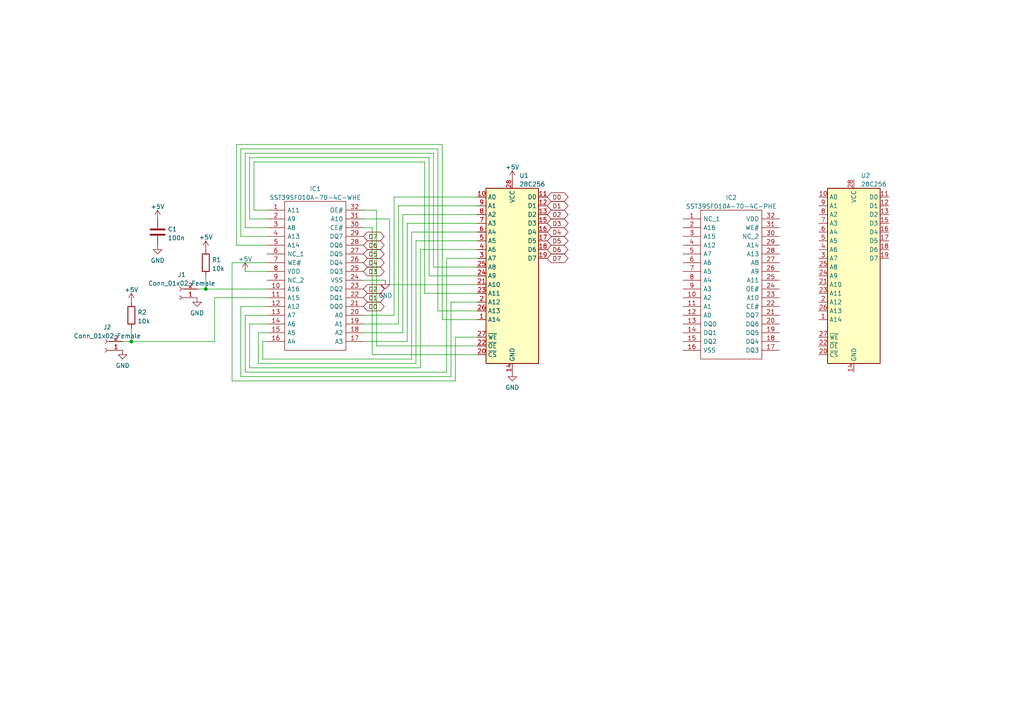
<source format=kicad_sch>
(kicad_sch (version 20211123) (generator eeschema)
  (paper "A4")
  (lib_symbols
    (symbol "Connector:Conn_01x02_Female" (pin_names (offset 1.016) hide)
      (property "Reference" "J" (at 0 2.54 0))
      (property "Value" "Conn_01x02_Female" (at 0 -5.08 0))
      (symbol "Conn_01x02_Female_1_1"
        (arc (start 0 -2.032) (mid -0.508 -2.54) (end 0 -3.048) (stroke (width 0.1524)))
        (polyline (pts (xy -1.27 -2.54) (xy -0.508 -2.54)) (stroke (width 0.1524)))
        (polyline (pts (xy -1.27 0) (xy -0.508 0)) (stroke (width 0.1524)))
        (arc (start 0 0.508) (mid -0.508 0) (end 0 -0.508) (stroke (width 0.1524)))
        (pin passive line (at -5.08 0 0) (length 3.81) (name "Pin_1") (number "1"))
        (pin passive line (at -5.08 -2.54 0) (length 3.81) (name "Pin_2") (number "2"))
      )
    )
    (symbol "Device:C" (pin_numbers hide) (pin_names (offset 0.254))
      (property "Reference" "C" (at 0.635 2.54 0))
      (property "Value" "C" (at 0.635 -2.54 0))
      (symbol "C_0_1"
        (polyline (pts (xy -2.032 -0.762) (xy 2.032 -0.762)) (stroke (width 0.508)))
        (polyline (pts (xy -2.032 0.762) (xy 2.032 0.762)) (stroke (width 0.508)))
      )
      (symbol "C_1_1"
        (pin passive line (at 0 3.81 270) (length 2.794) (name "~") (number "1"))
        (pin passive line (at 0 -3.81 90) (length 2.794) (name "~") (number "2"))
      )
    )
    (symbol "Device:R" (pin_numbers hide) (pin_names (offset 0))
      (property "Reference" "R" (at 2.032 0 90))
      (property "Value" "R" (at 0 0 90))
      (symbol "R_0_1"
        (rectangle (start -1.016 -2.54) (end 1.016 2.54) (stroke (width 0.254)))
      )
      (symbol "R_1_1"
        (pin passive line (at 0 3.81 270) (length 1.27) (name "~") (number "1"))
        (pin passive line (at 0 -3.81 90) (length 1.27) (name "~") (number "2"))
      )
    )
    (symbol "Memory_EEPROM:28C256"
      (property "Reference" "U" (at -7.62 26.67 0))
      (property "Value" "28C256" (at 2.54 -26.67 0))
      (symbol "28C256_1_1"
        (rectangle (start -7.62 25.4) (end 7.62 -25.4) (stroke (width 0.254)) (fill (type background)))
        (pin input line (at -10.16 -12.7 0) (length 2.54) (name "A14") (number "1"))
        (pin input line (at -10.16 22.86 0) (length 2.54) (name "A0") (number "10"))
        (pin tri_state line (at 10.16 22.86 180) (length 2.54) (name "D0") (number "11"))
        (pin tri_state line (at 10.16 20.32 180) (length 2.54) (name "D1") (number "12"))
        (pin tri_state line (at 10.16 17.78 180) (length 2.54) (name "D2") (number "13"))
        (pin power_in line (at 0 -27.94 90) (length 2.54) (name "GND") (number "14"))
        (pin tri_state line (at 10.16 15.24 180) (length 2.54) (name "D3") (number "15"))
        (pin tri_state line (at 10.16 12.7 180) (length 2.54) (name "D4") (number "16"))
        (pin tri_state line (at 10.16 10.16 180) (length 2.54) (name "D5") (number "17"))
        (pin tri_state line (at 10.16 7.62 180) (length 2.54) (name "D6") (number "18"))
        (pin tri_state line (at 10.16 5.08 180) (length 2.54) (name "D7") (number "19"))
        (pin input line (at -10.16 -7.62 0) (length 2.54) (name "A12") (number "2"))
        (pin input line (at -10.16 -22.86 0) (length 2.54) (name "~{CS}") (number "20"))
        (pin input line (at -10.16 -2.54 0) (length 2.54) (name "A10") (number "21"))
        (pin input line (at -10.16 -20.32 0) (length 2.54) (name "~{OE}") (number "22"))
        (pin input line (at -10.16 -5.08 0) (length 2.54) (name "A11") (number "23"))
        (pin input line (at -10.16 0 0) (length 2.54) (name "A9") (number "24"))
        (pin input line (at -10.16 2.54 0) (length 2.54) (name "A8") (number "25"))
        (pin input line (at -10.16 -10.16 0) (length 2.54) (name "A13") (number "26"))
        (pin input line (at -10.16 -17.78 0) (length 2.54) (name "~{WE}") (number "27"))
        (pin power_in line (at 0 27.94 270) (length 2.54) (name "VCC") (number "28"))
        (pin input line (at -10.16 5.08 0) (length 2.54) (name "A7") (number "3"))
        (pin input line (at -10.16 7.62 0) (length 2.54) (name "A6") (number "4"))
        (pin input line (at -10.16 10.16 0) (length 2.54) (name "A5") (number "5"))
        (pin input line (at -10.16 12.7 0) (length 2.54) (name "A4") (number "6"))
        (pin input line (at -10.16 15.24 0) (length 2.54) (name "A3") (number "7"))
        (pin input line (at -10.16 17.78 0) (length 2.54) (name "A2") (number "8"))
        (pin input line (at -10.16 20.32 0) (length 2.54) (name "A1") (number "9"))
      )
    )
    (symbol "SST39SF010A-70-4C-PHE:SST39SF010A-70-4C-PHE" (pin_names (offset 0.762))
      (property "Reference" "IC" (at 24.13 7.62 0))
      (property "Value" "SST39SF010A-70-4C-PHE" (at 24.13 5.08 0))
      (symbol "SST39SF010A-70-4C-PHE_0_0"
        (pin passive line (at 0 0 0) (length 5.08) (name "NC_1") (number "1"))
        (pin passive line (at 0 -22.86 0) (length 5.08) (name "A2") (number "10"))
        (pin passive line (at 0 -25.4 0) (length 5.08) (name "A1") (number "11"))
        (pin passive line (at 0 -27.94 0) (length 5.08) (name "A0") (number "12"))
        (pin passive line (at 0 -30.48 0) (length 5.08) (name "DQ0") (number "13"))
        (pin passive line (at 0 -33.02 0) (length 5.08) (name "DQ1") (number "14"))
        (pin passive line (at 0 -35.56 0) (length 5.08) (name "DQ2") (number "15"))
        (pin passive line (at 0 -38.1 0) (length 5.08) (name "VSS") (number "16"))
        (pin passive line (at 27.94 -38.1 180) (length 5.08) (name "DQ3") (number "17"))
        (pin passive line (at 27.94 -35.56 180) (length 5.08) (name "DQ4") (number "18"))
        (pin passive line (at 27.94 -33.02 180) (length 5.08) (name "DQ5") (number "19"))
        (pin passive line (at 0 -2.54 0) (length 5.08) (name "A16") (number "2"))
        (pin passive line (at 27.94 -30.48 180) (length 5.08) (name "DQ6") (number "20"))
        (pin passive line (at 27.94 -27.94 180) (length 5.08) (name "DQ7") (number "21"))
        (pin passive line (at 27.94 -25.4 180) (length 5.08) (name "CE#") (number "22"))
        (pin passive line (at 27.94 -22.86 180) (length 5.08) (name "A10") (number "23"))
        (pin passive line (at 27.94 -20.32 180) (length 5.08) (name "OE#") (number "24"))
        (pin passive line (at 27.94 -17.78 180) (length 5.08) (name "A11") (number "25"))
        (pin passive line (at 27.94 -15.24 180) (length 5.08) (name "A9") (number "26"))
        (pin passive line (at 27.94 -12.7 180) (length 5.08) (name "A8") (number "27"))
        (pin passive line (at 27.94 -10.16 180) (length 5.08) (name "A13") (number "28"))
        (pin passive line (at 27.94 -7.62 180) (length 5.08) (name "A14") (number "29"))
        (pin passive line (at 0 -5.08 0) (length 5.08) (name "A15") (number "3"))
        (pin passive line (at 27.94 -5.08 180) (length 5.08) (name "NC_2") (number "30"))
        (pin passive line (at 27.94 -2.54 180) (length 5.08) (name "WE#") (number "31"))
        (pin passive line (at 27.94 0 180) (length 5.08) (name "VDD") (number "32"))
        (pin passive line (at 0 -7.62 0) (length 5.08) (name "A12") (number "4"))
        (pin passive line (at 0 -10.16 0) (length 5.08) (name "A7") (number "5"))
        (pin passive line (at 0 -12.7 0) (length 5.08) (name "A6") (number "6"))
        (pin passive line (at 0 -15.24 0) (length 5.08) (name "A5") (number "7"))
        (pin passive line (at 0 -17.78 0) (length 5.08) (name "A4") (number "8"))
        (pin passive line (at 0 -20.32 0) (length 5.08) (name "A3") (number "9"))
      )
      (symbol "SST39SF010A-70-4C-PHE_0_1"
        (polyline (pts (xy 5.08 2.54) (xy 22.86 2.54) (xy 22.86 -40.64) (xy 5.08 -40.64) (xy 5.08 2.54)) (stroke (width 0.1524)))
      )
    )
    (symbol "SST39SF010A-70-4C-WHE:SST39SF010A-70-4C-WHE" (pin_names (offset 0.762))
      (property "Reference" "IC" (at 24.13 7.62 0))
      (property "Value" "SST39SF010A-70-4C-WHE" (at 24.13 5.08 0))
      (symbol "SST39SF010A-70-4C-WHE_0_0"
        (pin passive line (at 0 0 0) (length 5.08) (name "A11") (number "1"))
        (pin passive line (at 0 -22.86 0) (length 5.08) (name "A16") (number "10"))
        (pin passive line (at 0 -25.4 0) (length 5.08) (name "A15") (number "11"))
        (pin passive line (at 0 -27.94 0) (length 5.08) (name "A12") (number "12"))
        (pin passive line (at 0 -30.48 0) (length 5.08) (name "A7") (number "13"))
        (pin passive line (at 0 -33.02 0) (length 5.08) (name "A6") (number "14"))
        (pin passive line (at 0 -35.56 0) (length 5.08) (name "A5") (number "15"))
        (pin passive line (at 0 -38.1 0) (length 5.08) (name "A4") (number "16"))
        (pin passive line (at 27.94 -38.1 180) (length 5.08) (name "A3") (number "17"))
        (pin passive line (at 27.94 -35.56 180) (length 5.08) (name "A2") (number "18"))
        (pin passive line (at 27.94 -33.02 180) (length 5.08) (name "A1") (number "19"))
        (pin passive line (at 0 -2.54 0) (length 5.08) (name "A9") (number "2"))
        (pin passive line (at 27.94 -30.48 180) (length 5.08) (name "A0") (number "20"))
        (pin passive line (at 27.94 -27.94 180) (length 5.08) (name "DQ0") (number "21"))
        (pin passive line (at 27.94 -25.4 180) (length 5.08) (name "DQ1") (number "22"))
        (pin passive line (at 27.94 -22.86 180) (length 5.08) (name "DQ2") (number "23"))
        (pin passive line (at 27.94 -20.32 180) (length 5.08) (name "VSS") (number "24"))
        (pin passive line (at 27.94 -17.78 180) (length 5.08) (name "DQ3") (number "25"))
        (pin passive line (at 27.94 -15.24 180) (length 5.08) (name "DQ4") (number "26"))
        (pin passive line (at 27.94 -12.7 180) (length 5.08) (name "DQ5") (number "27"))
        (pin passive line (at 27.94 -10.16 180) (length 5.08) (name "DQ6") (number "28"))
        (pin passive line (at 27.94 -7.62 180) (length 5.08) (name "DQ7") (number "29"))
        (pin passive line (at 0 -5.08 0) (length 5.08) (name "A8") (number "3"))
        (pin passive line (at 27.94 -5.08 180) (length 5.08) (name "CE#") (number "30"))
        (pin passive line (at 27.94 -2.54 180) (length 5.08) (name "A10") (number "31"))
        (pin passive line (at 27.94 0 180) (length 5.08) (name "OE#") (number "32"))
        (pin passive line (at 0 -7.62 0) (length 5.08) (name "A13") (number "4"))
        (pin passive line (at 0 -10.16 0) (length 5.08) (name "A14") (number "5"))
        (pin passive line (at 0 -12.7 0) (length 5.08) (name "NC_1") (number "6"))
        (pin passive line (at 0 -15.24 0) (length 5.08) (name "WE#") (number "7"))
        (pin passive line (at 0 -17.78 0) (length 5.08) (name "VDD") (number "8"))
        (pin passive line (at 0 -20.32 0) (length 5.08) (name "NC_2") (number "9"))
      )
      (symbol "SST39SF010A-70-4C-WHE_0_1"
        (polyline (pts (xy 5.08 2.54) (xy 22.86 2.54) (xy 22.86 -40.64) (xy 5.08 -40.64) (xy 5.08 2.54)) (stroke (width 0.1524)))
      )
    )
    (symbol "power:+5V" (power) (pin_names (offset 0))
      (property "Value" "+5V" (at 0 3.556 0))
      (symbol "+5V_0_1"
        (polyline (pts (xy -0.762 1.27) (xy 0 2.54)))
        (polyline (pts (xy 0 0) (xy 0 2.54)))
        (polyline (pts (xy 0 2.54) (xy 0.762 1.27)))
      )
      (symbol "+5V_1_1"
        (pin power_in line (at 0 0 90) (length 0) hide (name "+5V") (number "1"))
      )
    )
    (symbol "power:GND" (power) (pin_names (offset 0))
      (property "Value" "GND" (at 0 -3.81 0))
      (symbol "GND_0_1"
        (polyline (pts (xy 0 0) (xy 0 -1.27) (xy 1.27 -1.27) (xy 0 -2.54) (xy -1.27 -1.27) (xy 0 -1.27)))
      )
      (symbol "GND_1_1"
        (pin power_in line (at 0 0 270) (length 0) hide (name "GND") (number "1"))
      )
    )
  )
  (junction (at 59.69 83.82))
  (junction (at 38.1 99.06))
  (wire (pts (xy 119.38 67.31) (xy 119.38 104.14)))
  (wire (pts (xy 128.27 92.71) (xy 138.43 92.71)))
  (wire (pts (xy 67.31 76.2) (xy 77.47 76.2)))
  (wire (pts (xy 71.12 107.95) (xy 71.12 91.44)))
  (wire (pts (xy 116.84 62.23) (xy 138.43 62.23)))
  (wire (pts (xy 107.95 66.04) (xy 105.41 66.04)))
  (wire (pts (xy 119.38 104.14) (xy 76.2 104.14)))
  (wire (pts (xy 105.41 99.06) (xy 118.11 99.06)))
  (wire (pts (xy 130.81 87.63) (xy 130.81 109.22)))
  (wire (pts (xy 138.43 87.63) (xy 130.81 87.63)))
  (wire (pts (xy 105.41 93.98) (xy 115.57 93.98)))
  (wire (pts (xy 69.85 43.18) (xy 127 43.18)))
  (wire (pts (xy 105.41 96.52) (xy 116.84 96.52)))
  (wire (pts (xy 118.11 64.77) (xy 138.43 64.77)))
  (wire (pts (xy 72.39 45.72) (xy 124.46 45.72)))
  (wire (pts (xy 72.39 93.98) (xy 77.47 93.98)))
  (wire (pts (xy 124.46 45.72) (xy 124.46 80.01)))
  (wire (pts (xy 72.39 106.68) (xy 72.39 93.98)))
  (wire (pts (xy 72.39 63.5) (xy 72.39 45.72)))
  (wire (pts (xy 69.85 109.22) (xy 69.85 88.9)))
  (wire (pts (xy 123.19 85.09) (xy 123.19 46.99)))
  (wire (pts (xy 67.31 110.49) (xy 67.31 76.2)))
  (wire (pts (xy 138.43 102.87) (xy 107.95 102.87)))
  (wire (pts (xy 114.3 57.15) (xy 138.43 57.15)))
  (wire (pts (xy 113.03 63.5) (xy 105.41 63.5)))
  (wire (pts (xy 125.73 44.45) (xy 71.12 44.45)))
  (wire (pts (xy 57.15 83.82) (xy 59.69 83.82)))
  (wire (pts (xy 116.84 96.52) (xy 116.84 62.23)))
  (wire (pts (xy 76.2 104.14) (xy 76.2 99.06)))
  (wire (pts (xy 38.1 99.06) (xy 62.23 99.06)))
  (wire (pts (xy 77.47 71.12) (xy 68.58 71.12)))
  (wire (pts (xy 71.12 91.44) (xy 77.47 91.44)))
  (wire (pts (xy 73.66 46.99) (xy 73.66 60.96)))
  (wire (pts (xy 138.43 74.93) (xy 129.54 74.93)))
  (wire (pts (xy 109.22 60.96) (xy 105.41 60.96)))
  (wire (pts (xy 107.95 102.87) (xy 107.95 66.04)))
  (wire (pts (xy 105.41 91.44) (xy 114.3 91.44)))
  (wire (pts (xy 113.03 82.55) (xy 113.03 63.5)))
  (wire (pts (xy 71.12 44.45) (xy 71.12 66.04)))
  (wire (pts (xy 71.12 66.04) (xy 77.47 66.04)))
  (wire (pts (xy 68.58 41.91) (xy 128.27 41.91)))
  (wire (pts (xy 120.65 105.41) (xy 74.93 105.41)))
  (wire (pts (xy 121.92 72.39) (xy 121.92 106.68)))
  (wire (pts (xy 128.27 41.91) (xy 128.27 92.71)))
  (wire (pts (xy 121.92 106.68) (xy 72.39 106.68)))
  (wire (pts (xy 115.57 93.98) (xy 115.57 59.69)))
  (wire (pts (xy 109.22 100.33) (xy 109.22 60.96)))
  (wire (pts (xy 127 43.18) (xy 127 90.17)))
  (wire (pts (xy 138.43 72.39) (xy 121.92 72.39)))
  (wire (pts (xy 69.85 88.9) (xy 77.47 88.9)))
  (wire (pts (xy 77.47 86.36) (xy 62.23 86.36)))
  (wire (pts (xy 69.85 68.58) (xy 69.85 43.18)))
  (wire (pts (xy 138.43 100.33) (xy 109.22 100.33)))
  (wire (pts (xy 120.65 69.85) (xy 120.65 105.41)))
  (wire (pts (xy 129.54 74.93) (xy 129.54 107.95)))
  (wire (pts (xy 105.41 81.28) (xy 111.76 81.28)))
  (wire (pts (xy 59.69 83.82) (xy 77.47 83.82)))
  (wire (pts (xy 138.43 69.85) (xy 120.65 69.85)))
  (wire (pts (xy 138.43 85.09) (xy 123.19 85.09)))
  (wire (pts (xy 130.81 109.22) (xy 69.85 109.22)))
  (wire (pts (xy 73.66 60.96) (xy 77.47 60.96)))
  (wire (pts (xy 129.54 107.95) (xy 71.12 107.95)))
  (wire (pts (xy 114.3 91.44) (xy 114.3 57.15)))
  (wire (pts (xy 62.23 86.36) (xy 62.23 99.06)))
  (wire (pts (xy 68.58 71.12) (xy 68.58 41.91)))
  (wire (pts (xy 59.69 80.01) (xy 59.69 83.82)))
  (wire (pts (xy 35.56 99.06) (xy 38.1 99.06)))
  (wire (pts (xy 127 90.17) (xy 138.43 90.17)))
  (wire (pts (xy 71.12 78.74) (xy 77.47 78.74)))
  (wire (pts (xy 138.43 82.55) (xy 113.03 82.55)))
  (wire (pts (xy 138.43 77.47) (xy 125.73 77.47)))
  (wire (pts (xy 77.47 68.58) (xy 69.85 68.58)))
  (wire (pts (xy 125.73 77.47) (xy 125.73 44.45)))
  (wire (pts (xy 77.47 63.5) (xy 72.39 63.5)))
  (wire (pts (xy 132.08 110.49) (xy 67.31 110.49)))
  (wire (pts (xy 74.93 105.41) (xy 74.93 96.52)))
  (wire (pts (xy 115.57 59.69) (xy 138.43 59.69)))
  (wire (pts (xy 124.46 80.01) (xy 138.43 80.01)))
  (wire (pts (xy 38.1 95.25) (xy 38.1 99.06)))
  (wire (pts (xy 132.08 97.79) (xy 132.08 110.49)))
  (wire (pts (xy 118.11 99.06) (xy 118.11 64.77)))
  (wire (pts (xy 138.43 67.31) (xy 119.38 67.31)))
  (wire (pts (xy 123.19 46.99) (xy 73.66 46.99)))
  (wire (pts (xy 76.2 99.06) (xy 77.47 99.06)))
  (wire (pts (xy 138.43 97.79) (xy 132.08 97.79)))
  (wire (pts (xy 74.93 96.52) (xy 77.47 96.52)))
  (global_label "D2" (shape bidirectional) (at 158.75 62.23 0) (property "Intersheet References" "${INTERSHEET_REFS}" (effects hide)))
  (global_label "D7" (shape bidirectional) (at 158.75 74.93 0) (property "Intersheet References" "${INTERSHEET_REFS}" (effects hide)))
  (global_label "D1" (shape bidirectional) (at 105.41 86.36 0) (property "Intersheet References" "${INTERSHEET_REFS}" (effects hide)))
  (global_label "D6" (shape bidirectional) (at 158.75 72.39 0) (property "Intersheet References" "${INTERSHEET_REFS}" (effects hide)))
  (global_label "D0" (shape bidirectional) (at 158.75 57.15 0) (property "Intersheet References" "${INTERSHEET_REFS}" (effects hide)))
  (global_label "D1" (shape bidirectional) (at 158.75 59.69 0) (property "Intersheet References" "${INTERSHEET_REFS}" (effects hide)))
  (global_label "D4" (shape bidirectional) (at 105.41 76.2 0) (property "Intersheet References" "${INTERSHEET_REFS}" (effects hide)))
  (global_label "D2" (shape bidirectional) (at 105.41 83.82 0) (property "Intersheet References" "${INTERSHEET_REFS}" (effects hide)))
  (global_label "D4" (shape bidirectional) (at 158.75 67.31 0) (property "Intersheet References" "${INTERSHEET_REFS}" (effects hide)))
  (global_label "D6" (shape bidirectional) (at 105.41 71.12 0) (property "Intersheet References" "${INTERSHEET_REFS}" (effects hide)))
  (global_label "D5" (shape bidirectional) (at 105.41 73.66 0) (property "Intersheet References" "${INTERSHEET_REFS}" (effects hide)))
  (global_label "D7" (shape bidirectional) (at 105.41 68.58 0) (property "Intersheet References" "${INTERSHEET_REFS}" (effects hide)))
  (global_label "D5" (shape bidirectional) (at 158.75 69.85 0) (property "Intersheet References" "${INTERSHEET_REFS}" (effects hide)))
  (global_label "D3" (shape bidirectional) (at 158.75 64.77 0) (property "Intersheet References" "${INTERSHEET_REFS}" (effects hide)))
  (global_label "D3" (shape bidirectional) (at 105.41 78.74 0) (property "Intersheet References" "${INTERSHEET_REFS}" (effects hide)))
  (global_label "D0" (shape bidirectional) (at 105.41 88.9 0) (property "Intersheet References" "${INTERSHEET_REFS}" (effects hide)))
  (symbol (lib_id "power:GND") (at 57.15 86.36 0) (unit 1)
    (property "Reference" "#PWR0108" (effects hide))
    (property "Value" "GND" (at 57.15 90.8034 0))
  )
  (symbol (lib_id "power:GND") (at 148.59 107.95 0) (unit 1)
    (property "Reference" "#PWR0101" (effects hide))
    (property "Value" "GND" (at 148.59 112.3934 0))
  )
  (symbol (lib_id "power:+5V") (at 59.69 72.39 0) (unit 1)
    (property "Reference" "#PWR0107" (effects hide))
    (property "Value" "+5V" (at 59.69 68.8142 0))
  )
  (symbol (lib_id "Memory_EEPROM:28C256") (at 148.59 80.01 0) (unit 1)
    (property "Reference" "U1" (at 150.6094 50.9102 0) (effects (justify left)))
    (property "Value" "28C256" (at 150.6094 53.4471 0) (effects (justify left)))
    (property "Footprint" "Package_DIP:DIP-28_W15.24mm_Socket" (effects hide))
    (property "Datasheet" "http://ww1.microchip.com/downloads/en/DeviceDoc/doc0006.pdf" (effects hide))
  )
  (symbol (lib_id "Connector:Conn_01x02_Female") (at 30.48 101.6 180) (unit 1)
    (property "Reference" "J2" (at 31.115 94.903 0))
    (property "Value" "Conn_01x02_Female" (at 31.115 97.4399 0))
    (property "Footprint" "Jumper:SolderJumper-2_P1.3mm_Open_RoundedPad1.0x1.5mm" (effects hide))
  )
  (symbol (lib_id "power:GND") (at 35.56 101.6 0) (unit 1)
    (property "Reference" "#PWR0109" (effects hide))
    (property "Value" "GND" (at 35.56 106.0434 0))
  )
  (symbol (lib_id "power:GND") (at 111.76 81.28 0) (unit 1)
    (property "Reference" "#PWR0103" (effects hide))
    (property "Value" "GND" (at 111.76 85.7234 0))
  )
  (symbol (lib_id "power:+5V") (at 148.59 52.07 0) (unit 1)
    (property "Reference" "#PWR0102" (effects hide))
    (property "Value" "+5V" (at 148.59 48.4942 0))
  )
  (symbol (lib_id "Connector:Conn_01x02_Female") (at 52.07 86.36 180) (unit 1)
    (property "Reference" "J1" (at 52.705 79.663 0))
    (property "Value" "Conn_01x02_Female" (at 52.705 82.1999 0))
    (property "Footprint" "Jumper:SolderJumper-2_P1.3mm_Open_RoundedPad1.0x1.5mm" (effects hide))
  )
  (symbol (lib_id "Device:C") (at 45.72 67.31 0) (unit 1)
    (property "Reference" "C1" (at 48.641 66.4753 0) (effects (justify left)))
    (property "Value" "100n" (at 48.641 69.0122 0) (effects (justify left)))
    (property "Footprint" "Capacitor_SMD:C_0805_2012Metric_Pad1.18x1.45mm_HandSolder" (effects hide))
  )
  (symbol (lib_id "SST39SF010A-70-4C-PHE:SST39SF010A-70-4C-PHE") (at 198.12 63.5 0) (unit 1)
    (property "Reference" "IC2" (at 212.09 57.311 0))
    (property "Value" "SST39SF010A-70-4C-PHE" (at 212.09 59.8479 0))
    (property "Footprint" "DIP1556W56P254L4191H508Q32N" (effects hide))
    (property "Datasheet" "https://componentsearchengine.com/Datasheets/2/SST39SF010A-70-4C-PHE.pdf" (effects hide))
    (property "Description" "1Mbit Flash 128Kx8 Paral. 70ns 5V PDIP32 SST39SF010A-70-4C-PHE, Parallel Flash Memory, 128K x 8 bit 1mb, 70ns, 4.5  5.5 V, 32-Pin, PDIP" (effects hide))
    (property "Height" "5.08" (effects hide))
    (property "Mouser Part Number" "804-39SF010A7CPHE" (effects hide))
    (property "Mouser Price/Stock" "https://www.mouser.co.uk/ProductDetail/Microchip-Technology-Atmel/SST39SF010A-70-4C-PHE?qs=QvO7Tx5jqMVuuIOitIyveA%3D%3D" (effects hide))
    (property "Manufacturer_Name" "Microchip" (effects hide))
    (property "Manufacturer_Part_Number" "SST39SF010A-70-4C-PHE" (effects hide))
  )
  (symbol (lib_id "power:GND") (at 45.72 71.12 0) (unit 1)
    (property "Reference" "#PWR0105" (effects hide))
    (property "Value" "GND" (at 45.72 75.5634 0))
  )
  (symbol (lib_id "Device:R") (at 38.1 91.44 0) (unit 1)
    (property "Reference" "R2" (at 39.878 90.6053 0) (effects (justify left)))
    (property "Value" "10k" (at 39.878 93.1422 0) (effects (justify left)))
    (property "Footprint" "Resistor_SMD:R_0805_2012Metric_Pad1.20x1.40mm_HandSolder" (effects hide))
  )
  (symbol (lib_id "SST39SF010A-70-4C-WHE:SST39SF010A-70-4C-WHE") (at 77.47 60.96 0) (unit 1)
    (property "Reference" "IC1" (at 91.44 54.771 0))
    (property "Value" "SST39SF010A-70-4C-WHE" (at 91.44 57.3079 0))
    (property "Footprint" "SOP50P1400X120-32N" (effects hide))
    (property "Datasheet" "https://4donline.ihs.com/images/VipMasterIC/IC/MCHP/MCHP-S-A0001730378/MCHP-S-A0001730378-1.pdf?hkey=52A5661711E402568146F3353EA87419" (effects hide))
    (property "Description" "Microchip 1MB Parallel Flash Memory 32-Pin TSOP, SST39SF010A-70-4C-WHE" (effects hide))
    (property "Height" "1.2" (effects hide))
    (property "Mouser Part Number" "804-39SF010A7CWHE" (effects hide))
    (property "Mouser Price/Stock" "https://www.mouser.co.uk/ProductDetail/Microchip-Technology/SST39SF010A-70-4C-WHE?qs=KqDo6KlPnLx02yO0x5KFnQ%3D%3D" (effects hide))
    (property "Manufacturer_Name" "Microchip" (effects hide))
    (property "Manufacturer_Part_Number" "SST39SF010A-70-4C-WHE" (effects hide))
  )
  (symbol (lib_id "power:+5V") (at 71.12 78.74 0) (unit 1)
    (property "Reference" "#PWR0104" (effects hide))
    (property "Value" "+5V" (at 71.12 75.1642 0))
  )
  (symbol (lib_id "Memory_EEPROM:28C256") (at 247.65 80.01 0) (unit 1)
    (property "Reference" "U2" (at 249.6694 50.9102 0) (effects (justify left)))
    (property "Value" "28C256" (at 249.6694 53.4471 0) (effects (justify left)))
    (property "Footprint" "Package_LCC:PLCC-32_THT-Socket" (effects hide))
    (property "Datasheet" "http://ww1.microchip.com/downloads/en/DeviceDoc/doc0006.pdf" (effects hide))
  )
  (symbol (lib_id "power:+5V") (at 45.72 63.5 0) (unit 1)
    (property "Reference" "#PWR0106" (effects hide))
    (property "Value" "+5V" (at 45.72 59.9242 0))
  )
  (symbol (lib_id "Device:R") (at 59.69 76.2 0) (unit 1)
    (property "Reference" "R1" (at 61.468 75.3653 0) (effects (justify left)))
    (property "Value" "10k" (at 61.468 77.9022 0) (effects (justify left)))
    (property "Footprint" "Resistor_SMD:R_0805_2012Metric_Pad1.20x1.40mm_HandSolder" (effects hide))
  )
  (symbol (lib_id "power:+5V") (at 38.1 87.63 0) (unit 1)
    (property "Reference" "#PWR0110" (effects hide))
    (property "Value" "+5V" (at 38.1 84.0542 0))
  )
)
</source>
